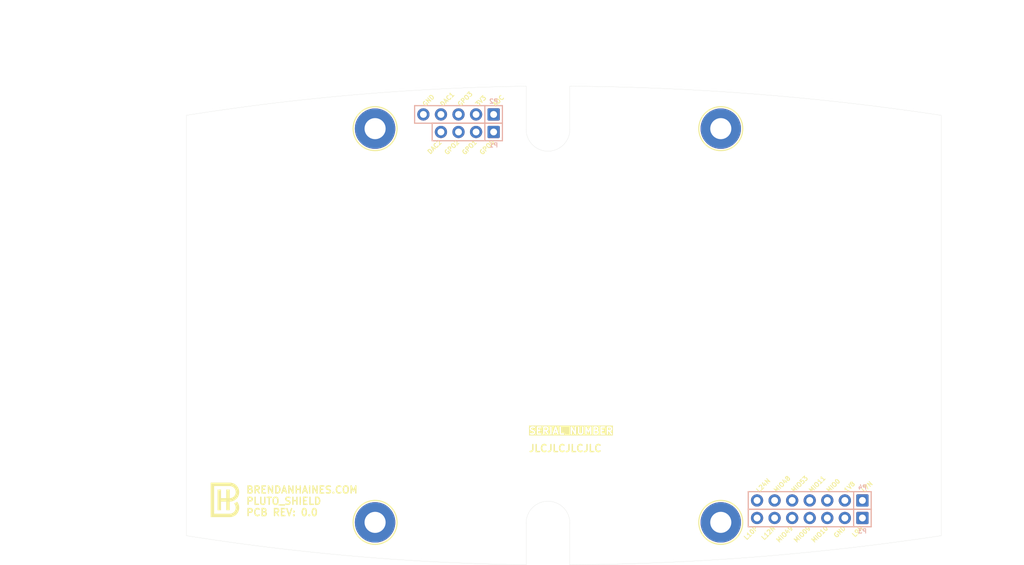
<source format=kicad_pcb>
(kicad_pcb (version 20240108) (generator "pcbnew") (generator_version "8.0")
  (title_block (title "${PROJECT_NAME}") (rev "${PCB_REVISION}") (company "BRENDANHAINES.COM"))
  (layers (0 "F.Cu" signal) (1 "In1.Cu" signal) (2 "In2.Cu" signal) (31 "B.Cu" signal) (34 "B.Paste" user) (35 "F.Paste" user) (36 "B.SilkS" user "B.Silkscreen") (37 "F.SilkS" user "F.Silkscreen") (38 "B.Mask" user) (39 "F.Mask" user) (44 "Edge.Cuts" user))
  (property "PCB_REVISION" "0.0")
  (property "PROJECT_NAME" "PLUTO_SHIELD")
  (net 0 "")
  (net 1 "GND")
  (net 2 "/GPO1")
  (net 3 "/GPO2")
  (net 4 "/DAC2")
  (net 5 "/GPO0")
  (net 6 "/ADC")
  (net 7 "/DAC1")
  (net 8 "/GPO3")
  (net 9 "/VDD_GPO")
  (net 10 "/L12N")
  (net 11 "/L9N")
  (net 12 "/L10P")
  (net 13 "/MIO49")
  (net 14 "/MIO09")
  (net 15 "/MIO10")
  (net 16 "/MIO48")
  (net 17 "/MIO11")
  (net 18 "/L24N")
  (net 19 "/MIO0")
  (net 20 "/L7N")
  (net 21 "/1V8")
  (net 22 "/MIO53")
  (footprint "common:MH120X230_#4" (layer "F.Cu") (at 130.0099 123.19)
    (property "Reference" "MH3" (hide yes))
    (property "Value" "Mounting_Hole" (hide yes))
    (fp_circle (center 0 0) (end 3.175 0) (stroke (width 0.1778)) (fill none) (layer "F.SilkS"))
    (pad "1" thru_hole circle (at 0 0) (size 5.842 5.842) (drill 3.048) (layers "*.Cu" "*.Mask") (net 1 "GND"))
  )
  (footprint "common:LOGO_BH" (layer "F.Cu") (at 58.7265 122.3445)
    (property "Reference" "LOGO1" (hide yes))
    (property "Value" "~" (hide yes))
    (fp_poly (pts (xy 0.340334 -4.906285) (xy 0.426334 -4.89815) (xy 0.511644 -4.88464) (xy 0.595939 -4.865795) (xy 0.678894 -4.8417) (xy 0.760165 -4.81244) (xy 0.839439 -4.778135) (xy 0.916405 -4.73892) (xy 0.990754 -4.69495) (xy 1.062204 -4.646395) (xy 1.130454 -4.59345) (xy 1.195245 -4.536325) (xy 1.256325 -4.475245) (xy 1.313449 -4.410455) (xy 1.366394 -4.342205) (xy 1.414949 -4.270755) (xy 1.45892 -4.196405) (xy 1.498135 -4.11944) (xy 1.532439 -4.040165) (xy 1.561699 -3.958895) (xy 1.585795 -3.87594) (xy 1.60464 -3.791645) (xy 1.61815 -3.706335) (xy 1.626285 -3.620335) (xy 1.629 -3.534) (xy 1.626285 -3.447665) (xy 1.61815 -3.361665) (xy 1.60464 -3.276355) (xy 1.585795 -3.19206) (xy 1.561699 -3.109105) (xy 1.532439 -3.027835) (xy 1.498135 -2.94856) (xy 1.45892 -2.871594) (xy 1.414949 -2.797245) (xy 1.366395 -2.725796) (xy 1.31345 -2.657543) (xy 1.256325 -2.592754) (xy 1.195245 -2.531674) (xy 1.130455 -2.474552) (xy 1.062205 -2.421604) (xy 0.990755 -2.373051) (xy 0.916405 -2.329083) (xy 0.83944 -2.289867) (xy 0.760165 -2.255558) (xy 0.678895 -2.226299) (xy 0.59594 -2.202206) (xy 0.511645 -2.183361) (xy 0.426335 -2.169849) (xy 0.340335 -2.161717) (xy 0.254 -2.159) (xy 0.254 -0.909001) (xy -0.246 -0.909001) (xy -0.246 -2.159) (xy -0.996 -2.159) (xy -0.996 -0.909001) (xy -1.496 -0.909001) (xy -1.496 -3.909) (xy -0.996 -3.909) (xy -0.996 -2.659) (xy -0.246 -2.659) (xy -0.246 -3.909) (xy 0.254 -3.909) (xy 0.254 -2.659) (xy 0.30894 -2.660733) (xy 0.363665 -2.665905) (xy 0.417955 -2.674503) (xy 0.4716 -2.686497) (xy 0.524385 -2.701832) (xy 0.576105 -2.720448) (xy 0.62655 -2.742283) (xy 0.67553 -2.767238) (xy 0.72284 -2.795215) (xy 0.768305 -2.826115) (xy 0.81174 -2.859806) (xy 0.852975 -2.89616) (xy 0.89184 -2.935025) (xy 0.928195 -2.97626) (xy 0.961885 -3.019695) (xy 0.992785 -3.06516) (xy 1.02076 -3.11247) (xy 1.04572 -3.16145) (xy 1.067555 -3.211895) (xy 1.08617 -3.263615) (xy 1.101505 -3.3164) (xy 1.113495 -3.370045) (xy 1.122094 -3.424335) (xy 1.12727 -3.47906) (xy 1.129 -3.534) (xy 1.12727 -3.58894) (xy 1.122094 -3.643665) (xy 1.113495 -3.697955) (xy 1.101505 -3.7516) (xy 1.08617 -3.804386) (xy 1.067555 -3.856106) (xy 1.04572 -3.90655) (xy 1.02076 -3.95553) (xy 0.992785 -4.00284) (xy 0.961885 -4.048305) (xy 0.928195 -4.09174) (xy 0.89184 -4.132975) (xy 0.852975 -4.17184) (xy 0.81174 -4.208195) (xy 0.768305 -4.241885) (xy 0.72284 -4.272785) (xy 0.67553 -4.30076) (xy 0.62655 -4.32572) (xy 0.576105 -4.347555) (xy 0.524385 -4.36617) (xy 0.4716 -4.381505) (xy 0.417955 -4.393495) (xy 0.363665 -4.402095) (xy 0.30894 -4.40727) (xy 0.254 -4.409) (xy -1.996 -4.409) (xy -1.996 -0.409001) (xy 0.254 -0.409001) (xy 0.30894 -0.410731) (xy 0.363665 -0.415906) (xy 0.417955 -0.424506) (xy 0.4716 -0.436496) (xy 0.524385 -0.451831) (xy 0.576105 -0.470446) (xy 0.62655 -0.492281) (xy 0.67553 -0.517241) (xy 0.72284 -0.545216) (xy 0.768305 -0.576116) (xy 0.81174 -0.609806) (xy 0.852975 -0.646161) (xy 0.89184 -0.685026) (xy 0.928195 -0.726261) (xy 0.961885 -0.769696) (xy 0.992785 -0.815161) (xy 1.02076 -0.862471) (xy 1.04572 -0.911451) (xy 1.067555 -0.961896) (xy 1.08617 -1.013615) (xy 1.101505 -1.066401) (xy 1.113495 -1.120046) (xy 1.122094 -1.174336) (xy 1.12727 -1.229061) (xy 1.129 -1.284001) (xy 1.12727 -1.338941) (xy 1.122094 -1.393666) (xy 1.113495 -1.447956) (xy 1.101505 -1.501601) (xy 1.08617 -1.554386) (xy 1.067555 -1.606106) (xy 1.04572 -1.65655) (xy 1.02076 -1.705531) (xy 0.992785 -1.752841) (xy 0.961885 -1.798306) (xy 0.928195 -1.841741) (xy 0.89184 -1.882976) (xy 0.87594 -1.898876) (xy 0.89821 -1.906896) (xy 0.99911 -1.950558) (xy 1.097065 -2.00047) (xy 1.19169 -2.056431) (xy 1.28262 -2.118222) (xy 1.32232 -2.149022) (xy 1.366395 -2.092205) (xy 1.414949 -2.020756) (xy 1.45892 -1.946408) (xy 1.498135 -1.869441) (xy 1.53244 -1.790166) (xy 1.5617 -1.708896) (xy 1.585795 -1.625941) (xy 1.60464 -1.541646) (xy 1.61815 -1.456336) (xy 1.626285 -1.370336) (xy 1.629 -1.284001) (xy 1.626285 -1.197666) (xy 1.61815 -1.111666) (xy 1.60464 -1.026356) (xy 1.585795 -0.942061) (xy 1.5617 -0.859106) (xy 1.53244 -0.777836) (xy 1.498135 -0.698561) (xy 1.45892 -0.621596) (xy 1.414949 -0.547247) (xy 1.366395 -0.475796) (xy 1.31345 -0.407547) (xy 1.256325 -0.342756) (xy 1.195245 -0.281676) (xy 1.130455 -0.224551) (xy 1.062205 -0.171607) (xy 0.990755 -0.123051) (xy 0.916405 -0.079081) (xy 0.83944 -0.039866) (xy 0.760165 -0.005561) (xy 0.678895 0.023699) (xy 0.59594 0.047794) (xy 0.511645 0.066639) (xy 0.426335 0.080149) (xy 0.340335 0.088284) (xy 0.254 0.090999) (xy -2.496 0.090999) (xy -2.496 -4.909) (xy 0.254 -4.909)) (fill solid) (layer "F.SilkS"))
  )
  (footprint "common:MH120X230_#4" (layer "F.Cu") (at 130.0099 66.1924)
    (property "Reference" "MH2" (hide yes))
    (property "Value" "Mounting_Hole" (hide yes))
    (fp_circle (center 0 0) (end 3.175 0) (stroke (width 0.1778)) (fill none) (layer "F.SilkS"))
    (pad "1" thru_hole circle (at 0 0) (size 5.842 5.842) (drill 3.048) (layers "*.Cu" "*.Mask") (net 1 "GND"))
  )
  (footprint "common:MH120X230_#4" (layer "F.Cu") (at 80.01 123.19)
    (property "Reference" "MH4" (hide yes))
    (property "Value" "Mounting_Hole" (hide yes))
    (fp_circle (center 0 0) (end 3.175 0) (stroke (width 0.1778)) (fill none) (layer "F.SilkS"))
    (pad "1" thru_hole circle (at 0 0) (size 5.842 5.842) (drill 3.048) (layers "*.Cu" "*.Mask") (net 1 "GND"))
  )
  (footprint "common:MH120X230_#4" (layer "F.Cu") (at 80.01 66.1924)
    (property "Reference" "MH1" (hide yes))
    (property "Value" "Mounting_Hole" (hide yes))
    (fp_circle (center 0 0) (end 3.175 0) (stroke (width 0.1778)) (fill none) (layer "F.SilkS"))
    (pad "1" thru_hole circle (at 0 0) (size 5.842 5.842) (drill 3.048) (layers "*.Cu" "*.Mask") (net 1 "GND"))
  )
  (footprint "common:PinHeader_1x07_P2.54mm_Vertical" (layer "B.Cu") (at 150.495 120.015 180)
    (property "Reference" "P4" (at 0 1.905 0) (layer "B.SilkS") (effects (font (size 0.635 0.635) (thickness 0.127)) (justify mirror)))
    (property "Value" "Header_1_7" (hide yes))
    (fp_line (start 16.51 1.27) (end -1.27 1.27) (stroke (width 0.1778)) (layer "B.SilkS"))
    (fp_line (start 16.51 -1.27) (end 16.51 1.27) (stroke (width 0.1778)) (layer "B.SilkS"))
    (fp_line (start 1.27 -1.27) (end 1.27 1.27) (stroke (width 0.1778)) (layer "B.SilkS"))
    (fp_line (start -1.27 1.27) (end -1.27 -1.27) (stroke (width 0.1778)) (layer "B.SilkS"))
    (fp_line (start -1.27 -1.27) (end 16.51 -1.27) (stroke (width 0.1778)) (layer "B.SilkS"))
    (pad "1" thru_hole roundrect (at 0 0 180) (size 1.778 1.778) (drill 0.9906) (layers "*.Cu" "*.Mask") (roundrect_rratio 0.1) (net 20 "/L7N"))
    (pad "2" thru_hole circle (at 2.54 0 180) (size 1.778 1.778) (drill 0.9906) (layers "*.Cu" "*.Mask") (net 21 "/1V8"))
    (pad "3" thru_hole circle (at 5.08 0 180) (size 1.778 1.778) (drill 0.9906) (layers "*.Cu" "*.Mask") (net 19 "/MIO0"))
    (pad "4" thru_hole circle (at 7.62 0 180) (size 1.778 1.778) (drill 0.9906) (layers "*.Cu" "*.Mask") (net 17 "/MIO11"))
    (pad "5" thru_hole circle (at 10.16 0 180) (size 1.778 1.778) (drill 0.9906) (layers "*.Cu" "*.Mask") (net 22 "/MIO53"))
    (pad "6" thru_hole circle (at 12.7 0 180) (size 1.778 1.778) (drill 0.9906) (layers "*.Cu" "*.Mask") (net 16 "/MIO48"))
    (pad "7" thru_hole circle (at 15.24 0 180) (size 1.778 1.778) (drill 0.9906) (layers "*.Cu" "*.Mask") (net 18 "/L24N"))
  )
  (footprint "common:PinHeader_1x07_P2.54mm_Vertical" (layer "B.Cu") (at 150.495 122.555 180)
    (property "Reference" "P3" (at 0 -1.905 0) (layer "B.SilkS") (effects (font (size 0.635 0.635) (thickness 0.127)) (justify mirror)))
    (property "Value" "Header_1_7" (hide yes))
    (fp_line (start 16.51 1.27) (end -1.27 1.27) (stroke (width 0.1778)) (layer "B.SilkS"))
    (fp_line (start 16.51 -1.27) (end 16.51 1.27) (stroke (width 0.1778)) (layer "B.SilkS"))
    (fp_line (start 1.27 -1.27) (end 1.27 1.27) (stroke (width 0.1778)) (layer "B.SilkS"))
    (fp_line (start -1.27 1.27) (end -1.27 -1.27) (stroke (width 0.1778)) (layer "B.SilkS"))
    (fp_line (start -1.27 -1.27) (end 16.51 -1.27) (stroke (width 0.1778)) (layer "B.SilkS"))
    (pad "1" thru_hole roundrect (at 0 0 180) (size 1.778 1.778) (drill 0.9906) (layers "*.Cu" "*.Mask") (roundrect_rratio 0.1) (net 11 "/L9N"))
    (pad "2" thru_hole circle (at 2.54 0 180) (size 1.778 1.778) (drill 0.9906) (layers "*.Cu" "*.Mask") (net 1 "GND"))
    (pad "3" thru_hole circle (at 5.08 0 180) (size 1.778 1.778) (drill 0.9906) (layers "*.Cu" "*.Mask") (net 15 "/MIO10"))
    (pad "4" thru_hole circle (at 7.62 0 180) (size 1.778 1.778) (drill 0.9906) (layers "*.Cu" "*.Mask") (net 14 "/MIO09"))
    (pad "5" thru_hole circle (at 10.16 0 180) (size 1.778 1.778) (drill 0.9906) (layers "*.Cu" "*.Mask") (net 13 "/MIO49"))
    (pad "6" thru_hole circle (at 12.7 0 180) (size 1.778 1.778) (drill 0.9906) (layers "*.Cu" "*.Mask") (net 10 "/L12N"))
    (pad "7" thru_hole circle (at 15.24 0 180) (size 1.778 1.778) (drill 0.9906) (layers "*.Cu" "*.Mask") (net 12 "/L10P"))
  )
  (footprint "common:PinHeader_1x04_P2.54mm_Vertical" (layer "B.Cu") (at 97.155 66.675 180)
    (property "Reference" "P1" (at 0 -1.905 360) (layer "B.SilkS") (effects (font (size 0.635 0.635) (thickness 0.127)) (justify mirror)))
    (property "Value" "Header_1_4" (hide yes))
    (fp_line (start 8.89 1.27) (end -1.27 1.27) (stroke (width 0.1778)) (layer "B.SilkS"))
    (fp_line (start 8.89 -1.27) (end 8.89 1.27) (stroke (width 0.1778)) (layer "B.SilkS"))
    (fp_line (start 1.27 -1.27) (end 1.27 1.27) (stroke (width 0.1778)) (layer "B.SilkS"))
    (fp_line (start -1.27 1.27) (end -1.27 -1.27) (stroke (width 0.1778)) (layer "B.SilkS"))
    (fp_line (start -1.27 -1.27) (end 8.89 -1.27) (stroke (width 0.1778)) (layer "B.SilkS"))
    (pad "1" thru_hole roundrect (at 0 0 180) (size 1.778 1.778) (drill 0.9906) (layers "*.Cu" "*.Mask") (roundrect_rratio 0.1) (net 5 "/GPO0"))
    (pad "2" thru_hole circle (at 2.54 0 180) (size 1.778 1.778) (drill 0.9906) (layers "*.Cu" "*.Mask") (net 2 "/GPO1"))
    (pad "3" thru_hole circle (at 5.08 0 180) (size 1.778 1.778) (drill 0.9906) (layers "*.Cu" "*.Mask") (net 3 "/GPO2"))
    (pad "4" thru_hole circle (at 7.62 0 180) (size 1.778 1.778) (drill 0.9906) (layers "*.Cu" "*.Mask") (net 4 "/DAC2"))
  )
  (footprint "common:PinHeader_1x05_P2.54mm_Vertical" (layer "B.Cu") (at 97.155 64.135 180)
    (property "Reference" "P2" (at 0 1.905 360) (layer "B.SilkS") (effects (font (size 0.635 0.635) (thickness 0.127)) (justify mirror)))
    (property "Value" "Header_1_5" (hide yes))
    (fp_line (start 11.43 1.27) (end -1.27 1.27) (stroke (width 0.1778)) (layer "B.SilkS"))
    (fp_line (start 11.43 -1.27) (end 11.43 1.27) (stroke (width 0.1778)) (layer "B.SilkS"))
    (fp_line (start 1.27 -1.27) (end 1.27 1.27) (stroke (width 0.1778)) (layer "B.SilkS"))
    (fp_line (start -1.27 1.27) (end -1.27 -1.27) (stroke (width 0.1778)) (layer "B.SilkS"))
    (fp_line (start -1.27 -1.27) (end 11.43 -1.27) (stroke (width 0.1778)) (layer "B.SilkS"))
    (pad "1" thru_hole roundrect (at 0 0 180) (size 1.778 1.778) (drill 0.9906) (layers "*.Cu" "*.Mask") (roundrect_rratio 0.1) (net 6 "/ADC"))
    (pad "2" thru_hole circle (at 2.54 0 180) (size 1.778 1.778) (drill 0.9906) (layers "*.Cu" "*.Mask") (net 9 "/VDD_GPO"))
    (pad "3" thru_hole circle (at 5.08 0 180) (size 1.778 1.778) (drill 0.9906) (layers "*.Cu" "*.Mask") (net 8 "/GPO3"))
    (pad "4" thru_hole circle (at 7.62 0 180) (size 1.778 1.778) (drill 0.9906) (layers "*.Cu" "*.Mask") (net 7 "/DAC1"))
    (pad "5" thru_hole circle (at 10.16 0 180) (size 1.778 1.778) (drill 0.9906) (layers "*.Cu" "*.Mask") (net 1 "GND"))
  )
  (gr_line (start 52.7304 64.262) (end 52.7304 125.1204) (stroke (width 0.0254)) (layer "Edge.Cuts"))
  (gr_line (start 101.854 123.2916) (end 101.854 129.3368) (stroke (width 0.0254)) (layer "Edge.Cuts"))
  (gr_arc (start 52.7304 64.262) (mid 77.21685 61.27593) (end 101.854 60.0456) (stroke (width 0.0254)) (layer "Edge.Cuts"))
  (gr_arc (start 108.1786 60.0456) (mid 135.10175 61.194225) (end 161.8742 64.262) (stroke (width 0.0254)) (layer "Edge.Cuts"))
  (gr_line (start 161.8742 64.262) (end 161.8742 125.1204) (stroke (width 0.0254)) (layer "Edge.Cuts"))
  (gr_line (start 108.1786 66.294) (end 108.1786 60.0456) (stroke (width 0.0254)) (layer "Edge.Cuts"))
  (gr_arc (start 101.854 123.2916) (mid 105.0163 120.1293) (end 108.1786 123.2916) (stroke (width 0.0254)) (layer "Edge.Cuts"))
  (gr_arc (start 101.854 129.3368) (mid 77.21685 128.10647) (end 52.7304 125.1204) (stroke (width 0.0254)) (layer "Edge.Cuts"))
  (gr_arc (start 161.8742 125.1204) (mid 135.10175 128.188175) (end 108.1786 129.3368) (stroke (width 0.0254)) (layer "Edge.Cuts"))
  (gr_arc (start 108.1786 66.294) (mid 105.0163 69.4563) (end 101.854 66.294) (stroke (width 0.0254)) (layer "Edge.Cuts"))
  (gr_line (start 108.1786 123.2916) (end 108.1786 129.3368) (stroke (width 0.0254)) (layer "Edge.Cuts"))
  (gr_line (start 101.854 66.294) (end 101.854 60.0456) (stroke (width 0.0254)) (layer "Edge.Cuts"))
  (gr_text "JLCJLCJLCJLC" (at 102.1605 113.0735 0) (layer "F.SilkS") (effects (font (size 1.016 1.016) (thickness 0.2032) (bold yes)) (justify left bottom)))
  (gr_text "L7N" (at 150.495 118.745 45) (layer "F.SilkS") (effects (font (size 0.635 0.635) (thickness 0.127) (bold yes)) (justify left)))
  (gr_text "GND" (at 147.955 123.825 45) (layer "F.SilkS") (effects (font (size 0.635 0.635) (thickness 0.127) (bold yes)) (justify right)))
  (gr_text "MIO09" (at 142.875 123.825 45) (layer "F.SilkS") (effects (font (size 0.635 0.635) (thickness 0.127) (bold yes)) (justify right)))
  (gr_text "GND" (at 86.995 62.865 45) (layer "F.SilkS") (effects (font (size 0.635 0.635) (thickness 0.127) (bold yes)) (justify left)))
  (gr_text "MIO53" (at 140.335 118.745 45) (layer "F.SilkS") (effects (font (size 0.635 0.635) (thickness 0.127) (bold yes)) (justify left)))
  (gr_text "BRENDANHAINES.COM\n${PROJECT_NAME}\nPCB REV: ${PCB_REVISION}" (at 61.2665 122.3445 0) (layer "F.SilkS") (effects (font (size 1.016 1.016) (thickness 0.2032) (bold yes)) (justify left bottom)))
  (gr_text "GPO0" (at 97.155 67.945 45) (layer "F.SilkS") (effects (font (size 0.635 0.635) (thickness 0.127) (bold yes)) (justify right)))
  (gr_text "1V8" (at 147.955 118.745 45) (layer "F.SilkS") (effects (font (size 0.635 0.635) (thickness 0.127) (bold yes)) (justify left)))
  (gr_text "L24N" (at 135.255 118.745 45) (layer "F.SilkS") (effects (font (size 0.635 0.635) (thickness 0.127) (bold yes)) (justify left)))
  (gr_text "SERIAL NUMBER" (at 102.1605 110.5335 0) (layer "F.SilkS" knockout) (effects (font (size 1.016 1.016) (thickness 0.2032) (bold yes)) (justify left bottom)))
  (gr_text "L9N" (at 150.495 123.825 45) (layer "F.SilkS") (effects (font (size 0.635 0.635) (thickness 0.127) (bold yes)) (justify right)))
  (gr_text "ADC" (at 97.155 62.865 45) (layer "F.SilkS") (effects (font (size 0.635 0.635) (thickness 0.127) (bold yes)) (justify left)))
  (gr_text "DAC2" (at 89.535 67.945 45) (layer "F.SilkS") (effects (font (size 0.635 0.635) (thickness 0.127) (bold yes)) (justify right)))
  (gr_text "L10P" (at 135.255 123.825 45) (layer "F.SilkS") (effects (font (size 0.635 0.635) (thickness 0.127) (bold yes)) (justify right)))
  (gr_text "MIO48" (at 137.795 118.745 45) (layer "F.SilkS") (effects (font (size 0.635 0.635) (thickness 0.127) (bold yes)) (justify left)))
  (gr_text "L12N" (at 137.795 123.825 45) (layer "F.SilkS") (effects (font (size 0.635 0.635) (thickness 0.127) (bold yes)) (justify right)))
  (gr_text "GPO3" (at 92.075 62.865 45) (layer "F.SilkS") (effects (font (size 0.635 0.635) (thickness 0.127) (bold yes)) (justify left)))
  (gr_text "DAC1" (at 89.535 62.865 45) (layer "F.SilkS") (effects (font (size 0.635 0.635) (thickness 0.127) (bold yes)) (justify left)))
  (gr_text "MIO0" (at 145.415 118.745 45) (layer "F.SilkS") (effects (font (size 0.635 0.635) (thickness 0.127) (bold yes)) (justify left)))
  (gr_text "GPO1" (at 94.615 67.945 45) (layer "F.SilkS") (effects (font (size 0.635 0.635) (thickness 0.127) (bold yes)) (justify right)))
  (gr_text "MIO11" (at 142.875 118.745 45) (layer "F.SilkS") (effects (font (size 0.635 0.635) (thickness 0.127) (bold yes)) (justify left)))
  (gr_text "MIO10" (at 145.415 123.825 45) (layer "F.SilkS") (effects (font (size 0.635 0.635) (thickness 0.127) (bold yes)) (justify right)))
  (gr_text "3V3" (at 94.615 62.865 45) (layer "F.SilkS") (effects (font (size 0.635 0.635) (thickness 0.127) (bold yes)) (justify left)))
  (gr_text "MIO49" (at 140.335 123.825 45) (layer "F.SilkS") (effects (font (size 0.635 0.635) (thickness 0.127) (bold yes)) (justify right)))
  (gr_text "GPO2" (at 92.075 67.945 45) (layer "F.SilkS") (effects (font (size 0.635 0.635) (thickness 0.127) (bold yes)) (justify right)))
)
</source>
